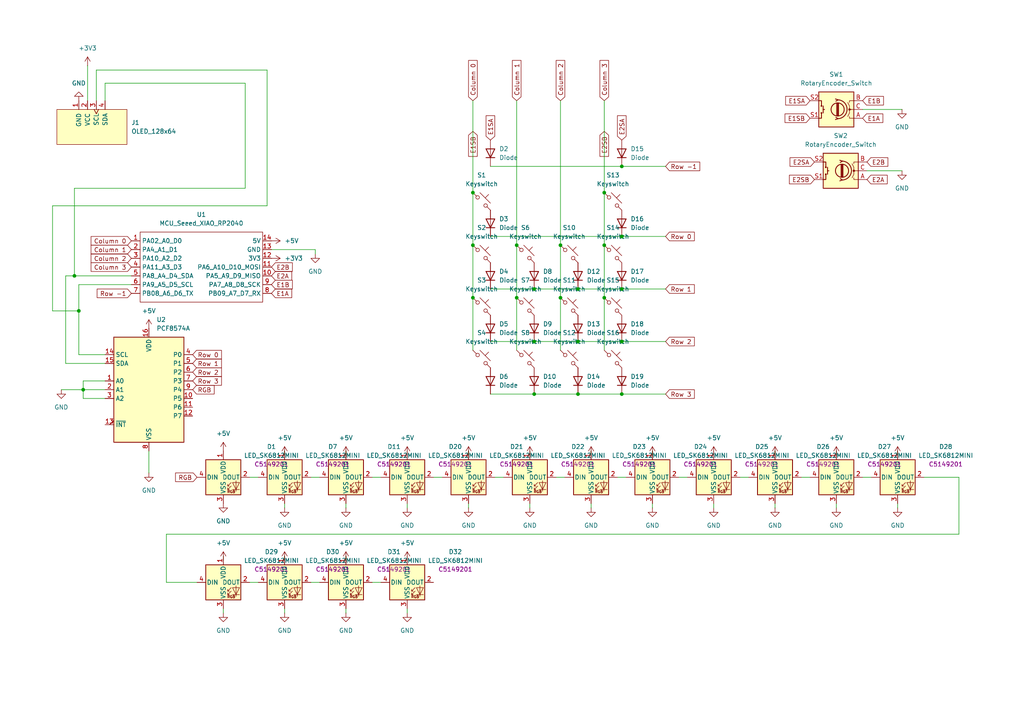
<source format=kicad_sch>
(kicad_sch (version 20231120) (generator "eeschema") (generator_version "8.0")
  (paper "A4")
  (lib_symbols
    (symbol "Device:RotaryEncoder_Switch" (pin_names (offset 0.254) hide)
      (property "Reference" "SW" (at 0 6.604 0))
      (property "Value" "RotaryEncoder_Switch" (at 0 -6.604 0))
      (symbol "RotaryEncoder_Switch_0_1"
        (rectangle (start -5.08 5.08) (end 5.08 -5.08) (stroke (width 0.254)) (fill (type background)))
        (circle (center -3.81 0) (radius 0.254) (fill (type outline)))
        (circle (center -0.381 0) (radius 1.905) (stroke (width 0.254)))
        (arc (start -0.381 2.667) (mid -3.0988 -0.0635) (end -0.381 -2.794) (stroke (width 0.254)))
        (polyline (pts (xy -0.635 -1.778) (xy -0.635 1.778)) (stroke (width 0.254)))
        (polyline (pts (xy -0.381 -1.778) (xy -0.381 1.778)) (stroke (width 0.254)))
        (polyline (pts (xy -0.127 1.778) (xy -0.127 -1.778)) (stroke (width 0.254)))
        (polyline (pts (xy 3.81 0) (xy 3.429 0)) (stroke (width 0.254)))
        (polyline (pts (xy 3.81 1.016) (xy 3.81 -1.016)) (stroke (width 0.254)))
        (polyline (pts (xy -5.08 -2.54) (xy -3.81 -2.54) (xy -3.81 -2.032)))
        (polyline (pts (xy -5.08 2.54) (xy -3.81 2.54) (xy -3.81 2.032)))
        (polyline (pts (xy 0.254 -3.048) (xy -0.508 -2.794) (xy 0.127 -2.413)) (stroke (width 0.254)))
        (polyline (pts (xy 0.254 2.921) (xy -0.508 2.667) (xy 0.127 2.286)) (stroke (width 0.254)))
        (polyline (pts (xy 5.08 -2.54) (xy 4.318 -2.54) (xy 4.318 -1.016)) (stroke (width 0.254)))
        (polyline (pts (xy 5.08 2.54) (xy 4.318 2.54) (xy 4.318 1.016)) (stroke (width 0.254)))
        (polyline (pts (xy -5.08 0) (xy -3.81 0) (xy -3.81 -1.016) (xy -3.302 -2.032)))
        (polyline (pts (xy -4.318 0) (xy -3.81 0) (xy -3.81 1.016) (xy -3.302 2.032)))
        (circle (center 4.318 -1.016) (radius 0.127) (stroke (width 0.254)))
        (circle (center 4.318 1.016) (radius 0.127) (stroke (width 0.254)))
      )
      (symbol "RotaryEncoder_Switch_1_1"
        (pin passive line (at -7.62 2.54 0) (length 2.54) (name "A") (number "A"))
        (pin passive line (at -7.62 -2.54 0) (length 2.54) (name "B") (number "B"))
        (pin passive line (at -7.62 0 0) (length 2.54) (name "C") (number "C"))
        (pin passive line (at 7.62 2.54 180) (length 2.54) (name "S1") (number "S1"))
        (pin passive line (at 7.62 -2.54 180) (length 2.54) (name "S2") (number "S2"))
      )
    )
    (symbol "Interface_Expansion:PCF8574A"
      (property "Reference" "U" (at -8.89 16.51 0))
      (property "Value" "PCF8574A" (at 2.54 16.51 0))
      (symbol "PCF8574A_0_1"
        (rectangle (start -10.16 15.24) (end 10.16 -15.24) (stroke (width 0.254)) (fill (type background)))
      )
      (symbol "PCF8574A_1_1"
        (pin input line (at -12.7 2.54 0) (length 2.54) (name "A0") (number "1"))
        (pin bidirectional line (at 12.7 -2.54 180) (length 2.54) (name "P5") (number "10"))
        (pin bidirectional line (at 12.7 -5.08 180) (length 2.54) (name "P6") (number "11"))
        (pin bidirectional line (at 12.7 -7.62 180) (length 2.54) (name "P7") (number "12"))
        (pin open_collector output_low (at -12.7 -10.16 0) (length 2.54) (name "~{INT}") (number "13"))
        (pin input line (at -12.7 10.16 0) (length 2.54) (name "SCL") (number "14"))
        (pin bidirectional line (at -12.7 7.62 0) (length 2.54) (name "SDA") (number "15"))
        (pin power_in line (at 0 17.78 270) (length 2.54) (name "VDD") (number "16"))
        (pin input line (at -12.7 0 0) (length 2.54) (name "A1") (number "2"))
        (pin input line (at -12.7 -2.54 0) (length 2.54) (name "A2") (number "3"))
        (pin bidirectional line (at 12.7 10.16 180) (length 2.54) (name "P0") (number "4"))
        (pin bidirectional line (at 12.7 7.62 180) (length 2.54) (name "P1") (number "5"))
        (pin bidirectional line (at 12.7 5.08 180) (length 2.54) (name "P2") (number "6"))
        (pin bidirectional line (at 12.7 2.54 180) (length 2.54) (name "P3") (number "7"))
        (pin power_in line (at 0 -17.78 90) (length 2.54) (name "VSS") (number "8"))
        (pin bidirectional line (at 12.7 0 180) (length 2.54) (name "P4") (number "9"))
      )
    )
    (symbol "ScottoKeebs:LED_SK6812MINI" (pin_names (offset 0.254))
      (property "Reference" "D" (at 2.032 5.588 0))
      (property "Value" "LED_SK6812MINI" (at 1.27 -5.715 0))
      (property "LCSC" "C5149201" (at 0 0 0))
      (symbol "LED_SK6812MINI_0_0"
        (text "RGB" (at 2.286 -4.191 0) (effects (font (size 0.762 0.762))))
      )
      (symbol "LED_SK6812MINI_0_1"
        (rectangle (start -5.08 5.08) (end 5.08 -5.08) (stroke (width 0.254)) (fill (type background)))
        (polyline (pts (xy 1.27 -3.556) (xy 1.778 -3.556)))
        (polyline (pts (xy 1.27 -2.54) (xy 1.778 -2.54)))
        (polyline (pts (xy 4.699 -3.556) (xy 2.667 -3.556)))
        (polyline (pts (xy 2.286 -2.54) (xy 1.27 -3.556) (xy 1.27 -3.048)))
        (polyline (pts (xy 2.286 -1.524) (xy 1.27 -2.54) (xy 1.27 -2.032)))
        (polyline (pts (xy 3.683 -1.016) (xy 3.683 -3.556) (xy 3.683 -4.064)))
        (polyline (pts (xy 4.699 -1.524) (xy 2.667 -1.524) (xy 3.683 -3.556) (xy 4.699 -1.524)))
      )
      (symbol "LED_SK6812MINI_1_1"
        (pin power_in line (at 0 7.62 270) (length 2.54) (name "VDD") (number "1"))
        (pin output line (at 7.62 0 180) (length 2.54) (name "DOUT") (number "2"))
        (pin power_in line (at 0 -7.62 90) (length 2.54) (name "VSS") (number "3"))
        (pin input line (at -7.62 0 0) (length 2.54) (name "DIN") (number "4"))
      )
    )
    (symbol "ScottoKeebs:MCU_Seeed_XIAO_RP2040"
      (property "Reference" "U" (at -16.51 11.43 0))
      (property "Value" "MCU_Seeed_XIAO_RP2040" (at -3.81 -11.43 0))
      (symbol "MCU_Seeed_XIAO_RP2040_0_1"
        (rectangle (start -16.51 10.16) (end 19.05 -10.16))
      )
      (symbol "MCU_Seeed_XIAO_RP2040_1_1"
        (pin passive line (at -19.05 7.62 0) (length 2.54) (name "PA02_A0_D0") (number "1"))
        (pin passive line (at 21.59 -2.54 180) (length 2.54) (name "PA5_A9_D9_MISO") (number "10"))
        (pin passive line (at 21.59 0 180) (length 2.54) (name "PA6_A10_D10_MOSI") (number "11"))
        (pin passive line (at 21.59 2.54 180) (length 2.54) (name "3V3") (number "12"))
        (pin passive line (at 21.59 5.08 180) (length 2.54) (name "GND") (number "13"))
        (pin passive line (at 21.59 7.62 180) (length 2.54) (name "5V") (number "14"))
        (pin passive line (at -19.05 5.08 0) (length 2.54) (name "PA4_A1_D1") (number "2"))
        (pin passive line (at -19.05 2.54 0) (length 2.54) (name "PA10_A2_D2") (number "3"))
        (pin passive line (at -19.05 0 0) (length 2.54) (name "PA11_A3_D3") (number "4"))
        (pin passive line (at -19.05 -2.54 0) (length 2.54) (name "PA8_A4_D4_SDA") (number "5"))
        (pin passive line (at -19.05 -5.08 0) (length 2.54) (name "PA9_A5_D5_SCL") (number "6"))
        (pin passive line (at -19.05 -7.62 0) (length 2.54) (name "PB08_A6_D6_TX") (number "7"))
        (pin passive line (at 21.59 -7.62 180) (length 2.54) (name "PB09_A7_D7_RX") (number "8"))
        (pin passive line (at 21.59 -5.08 180) (length 2.54) (name "PA7_A8_D8_SCK") (number "9"))
      )
    )
    (symbol "ScottoKeebs:OLED_128x64" (pin_names (offset 1.016))
      (property "Reference" "J" (at 0 -11.43 0))
      (property "Value" "OLED_128x64" (at 0 -7.62 0))
      (symbol "OLED_128x64_0_1"
        (rectangle (start 10.16 -10.16) (end -10.16 0) (fill (type background)))
      )
      (symbol "OLED_128x64_1_1"
        (pin power_in line (at -3.81 2.54 270) (length 2.54) (name "GND") (number "1"))
        (pin power_in line (at -1.27 2.54 270) (length 2.54) (name "VCC") (number "2"))
        (pin input clock (at 1.27 2.54 270) (length 2.54) (name "SCL") (number "3"))
        (pin bidirectional line (at 3.81 2.54 270) (length 2.54) (name "SDA") (number "4"))
      )
    )
    (symbol "ScottoKeebs:Placeholder_Diode" (pin_numbers hide) (pin_names hide)
      (property "Reference" "D" (at 0 2.54 0))
      (property "Value" "Diode" (at 0 -2.54 0))
      (symbol "Placeholder_Diode_0_1"
        (polyline (pts (xy -1.27 1.27) (xy -1.27 -1.27)) (stroke (width 0.254)))
        (polyline (pts (xy 1.27 0) (xy -1.27 0)))
        (polyline (pts (xy 1.27 1.27) (xy 1.27 -1.27) (xy -1.27 0) (xy 1.27 1.27)) (stroke (width 0.254)))
      )
      (symbol "Placeholder_Diode_1_1"
        (pin passive line (at -3.81 0 0) (length 2.54) (name "K") (number "1"))
        (pin passive line (at 3.81 0 180) (length 2.54) (name "A") (number "2"))
      )
    )
    (symbol "ScottoKeebs:Placeholder_Keyswitch" (pin_numbers hide) (pin_names (offset 1.016) hide)
      (property "Reference" "S" (at 3.048 1.016 0))
      (property "Value" "Keyswitch" (at 0 -3.81 0))
      (symbol "Placeholder_Keyswitch_0_1"
        (circle (center -1.1684 1.1684) (radius 0.508))
        (polyline (pts (xy -0.508 2.54) (xy 2.54 -0.508)))
        (polyline (pts (xy 1.016 1.016) (xy 2.032 2.032)))
        (polyline (pts (xy -2.54 2.54) (xy -1.524 1.524) (xy -1.524 1.524)))
        (polyline (pts (xy 1.524 -1.524) (xy 2.54 -2.54) (xy 2.54 -2.54) (xy 2.54 -2.54)))
        (circle (center 1.143 -1.1938) (radius 0.508))
        (pin passive line (at -2.54 2.54 0) (length 0) (name "1") (number "1"))
        (pin passive line (at 2.54 -2.54 180) (length 0) (name "2") (number "2"))
      )
    )
    (symbol "power:+3V3" (power) (pin_numbers hide) (pin_names (offset 0) hide)
      (property "Value" "+3V3" (at 0 3.556 0))
      (symbol "+3V3_0_1"
        (polyline (pts (xy -0.762 1.27) (xy 0 2.54)))
        (polyline (pts (xy 0 0) (xy 0 2.54)))
        (polyline (pts (xy 0 2.54) (xy 0.762 1.27)))
      )
      (symbol "+3V3_1_1"
        (pin power_in line (at 0 0 90) (length 0) (name "~") (number "1"))
      )
    )
    (symbol "power:+5V" (power) (pin_numbers hide) (pin_names (offset 0) hide)
      (property "Value" "+5V" (at 0 3.556 0))
      (symbol "+5V_0_1"
        (polyline (pts (xy -0.762 1.27) (xy 0 2.54)))
        (polyline (pts (xy 0 0) (xy 0 2.54)))
        (polyline (pts (xy 0 2.54) (xy 0.762 1.27)))
      )
      (symbol "+5V_1_1"
        (pin power_in line (at 0 0 90) (length 0) (name "~") (number "1"))
      )
    )
    (symbol "power:GND" (power) (pin_numbers hide) (pin_names (offset 0) hide)
      (property "Value" "GND" (at 0 -3.81 0))
      (symbol "GND_0_1"
        (polyline (pts (xy 0 0) (xy 0 -1.27) (xy 1.27 -1.27) (xy 0 -2.54) (xy -1.27 -1.27) (xy 0 -1.27)))
      )
      (symbol "GND_1_1"
        (pin power_in line (at 0 0 270) (length 0) (name "~") (number "1"))
      )
    )
  )
  (junction (at 154.94 114.3))
  (junction (at 180.34 48.26))
  (junction (at 22.86 90.17))
  (junction (at 180.34 114.3))
  (junction (at 167.64 114.3))
  (junction (at 154.94 99.06))
  (junction (at 167.64 99.06))
  (junction (at 137.16 55.88))
  (junction (at 149.86 86.36))
  (junction (at 180.34 83.82))
  (junction (at 180.34 68.58))
  (junction (at 137.16 86.36))
  (junction (at 149.86 71.12))
  (junction (at 137.16 71.12))
  (junction (at 154.94 83.82))
  (junction (at 175.26 86.36))
  (junction (at 24.13 113.03))
  (junction (at 162.56 71.12))
  (junction (at 175.26 55.88))
  (junction (at 180.34 99.06))
  (junction (at 162.56 86.36))
  (junction (at 167.64 83.82))
  (junction (at 21.59 80.01))
  (junction (at 175.26 71.12))
  (wire (pts (xy 15.24 90.17) (xy 22.86 90.17)))
  (wire (pts (xy 90.17 138.43) (xy 92.71 138.43)))
  (wire (pts (xy 30.48 102.87) (xy 22.86 102.87)))
  (wire (pts (xy 162.56 86.36) (xy 162.56 101.6)))
  (wire (pts (xy 161.29 138.43) (xy 163.83 138.43)))
  (wire (pts (xy 149.86 29.21) (xy 149.86 71.12)))
  (wire (pts (xy 82.55 130.81) (xy 82.55 132.08)))
  (wire (pts (xy 24.13 113.03) (xy 24.13 115.57)))
  (wire (pts (xy 250.19 138.43) (xy 252.73 138.43)))
  (wire (pts (xy 90.17 168.91) (xy 92.71 168.91)))
  (wire (pts (xy 189.23 146.05) (xy 189.23 147.32)))
  (wire (pts (xy 260.35 146.05) (xy 260.35 147.32)))
  (wire (pts (xy 180.34 99.06) (xy 193.04 99.06)))
  (wire (pts (xy 154.94 83.82) (xy 167.64 83.82)))
  (wire (pts (xy 171.45 146.05) (xy 171.45 147.32)))
  (wire (pts (xy 242.57 146.05) (xy 242.57 147.32)))
  (wire (pts (xy 72.39 168.91) (xy 74.93 168.91)))
  (wire (pts (xy 193.04 83.82) (xy 180.34 83.82)))
  (wire (pts (xy 175.26 29.21) (xy 175.26 55.88)))
  (wire (pts (xy 196.85 138.43) (xy 199.39 138.43)))
  (wire (pts (xy 64.77 161.29) (xy 64.77 162.56)))
  (wire (pts (xy 78.74 72.39) (xy 91.44 72.39)))
  (wire (pts (xy 232.41 138.43) (xy 234.95 138.43)))
  (wire (pts (xy 48.26 168.91) (xy 57.15 168.91)))
  (wire (pts (xy 142.24 114.3) (xy 154.94 114.3)))
  (wire (pts (xy 135.89 130.81) (xy 135.89 132.08)))
  (wire (pts (xy 137.16 86.36) (xy 137.16 101.6)))
  (wire (pts (xy 207.01 146.05) (xy 207.01 147.32)))
  (wire (pts (xy 224.79 146.05) (xy 224.79 147.32)))
  (wire (pts (xy 167.64 114.3) (xy 180.34 114.3)))
  (wire (pts (xy 137.16 71.12) (xy 137.16 86.36)))
  (wire (pts (xy 22.86 82.55) (xy 38.1 82.55)))
  (wire (pts (xy 82.55 176.53) (xy 82.55 177.8)))
  (wire (pts (xy 267.97 138.43) (xy 278.13 138.43)))
  (wire (pts (xy 154.94 114.3) (xy 167.64 114.3)))
  (wire (pts (xy 180.34 48.26) (xy 193.04 48.26)))
  (wire (pts (xy 77.47 20.32) (xy 77.47 59.69)))
  (wire (pts (xy 278.13 138.43) (xy 278.13 154.94)))
  (wire (pts (xy 30.48 29.21) (xy 30.48 24.13)))
  (wire (pts (xy 118.11 130.81) (xy 118.11 132.08)))
  (wire (pts (xy 19.05 105.41) (xy 19.05 80.01)))
  (wire (pts (xy 22.86 90.17) (xy 22.86 82.55)))
  (wire (pts (xy 175.26 86.36) (xy 175.26 101.6)))
  (wire (pts (xy 21.59 54.61) (xy 21.59 80.01)))
  (wire (pts (xy 118.11 161.29) (xy 118.11 162.56)))
  (wire (pts (xy 77.47 59.69) (xy 15.24 59.69)))
  (wire (pts (xy 278.13 154.94) (xy 48.26 154.94)))
  (wire (pts (xy 189.23 130.81) (xy 189.23 132.08)))
  (wire (pts (xy 154.94 99.06) (xy 167.64 99.06)))
  (wire (pts (xy 71.12 54.61) (xy 21.59 54.61)))
  (wire (pts (xy 22.86 102.87) (xy 22.86 90.17)))
  (wire (pts (xy 153.67 130.81) (xy 153.67 132.08)))
  (wire (pts (xy 30.48 113.03) (xy 24.13 113.03)))
  (wire (pts (xy 214.63 138.43) (xy 217.17 138.43)))
  (wire (pts (xy 171.45 130.81) (xy 171.45 132.08)))
  (wire (pts (xy 30.48 24.13) (xy 71.12 24.13)))
  (wire (pts (xy 118.11 146.05) (xy 118.11 147.32)))
  (wire (pts (xy 30.48 110.49) (xy 24.13 110.49)))
  (wire (pts (xy 143.51 138.43) (xy 146.05 138.43)))
  (wire (pts (xy 15.24 59.69) (xy 15.24 90.17)))
  (wire (pts (xy 125.73 138.43) (xy 128.27 138.43)))
  (wire (pts (xy 100.33 161.29) (xy 100.33 162.56)))
  (wire (pts (xy 224.79 130.81) (xy 224.79 132.08)))
  (wire (pts (xy 25.4 19.05) (xy 25.4 29.21)))
  (wire (pts (xy 142.24 83.82) (xy 154.94 83.82)))
  (wire (pts (xy 179.07 138.43) (xy 181.61 138.43)))
  (wire (pts (xy 242.57 130.81) (xy 242.57 132.08)))
  (wire (pts (xy 64.77 176.53) (xy 64.77 177.8)))
  (wire (pts (xy 100.33 146.05) (xy 100.33 147.32)))
  (wire (pts (xy 207.01 130.81) (xy 207.01 132.08)))
  (wire (pts (xy 137.16 29.21) (xy 137.16 55.88)))
  (wire (pts (xy 82.55 146.05) (xy 82.55 147.32)))
  (wire (pts (xy 24.13 110.49) (xy 24.13 113.03)))
  (wire (pts (xy 193.04 68.58) (xy 180.34 68.58)))
  (wire (pts (xy 142.24 68.58) (xy 180.34 68.58)))
  (wire (pts (xy 149.86 86.36) (xy 149.86 101.6)))
  (wire (pts (xy 135.89 146.05) (xy 135.89 147.32)))
  (wire (pts (xy 72.39 138.43) (xy 74.93 138.43)))
  (wire (pts (xy 137.16 55.88) (xy 137.16 71.12)))
  (wire (pts (xy 48.26 154.94) (xy 48.26 168.91)))
  (wire (pts (xy 100.33 176.53) (xy 100.33 177.8)))
  (wire (pts (xy 251.46 49.53) (xy 261.62 49.53)))
  (wire (pts (xy 142.24 99.06) (xy 154.94 99.06)))
  (wire (pts (xy 24.13 115.57) (xy 30.48 115.57)))
  (wire (pts (xy 142.24 48.26) (xy 180.34 48.26)))
  (wire (pts (xy 107.95 168.91) (xy 110.49 168.91)))
  (wire (pts (xy 175.26 71.12) (xy 175.26 86.36)))
  (wire (pts (xy 71.12 24.13) (xy 71.12 54.61)))
  (wire (pts (xy 153.67 146.05) (xy 153.67 147.32)))
  (wire (pts (xy 27.94 20.32) (xy 77.47 20.32)))
  (wire (pts (xy 118.11 176.53) (xy 118.11 177.8)))
  (wire (pts (xy 82.55 161.29) (xy 82.55 162.56)))
  (wire (pts (xy 167.64 83.82) (xy 180.34 83.82)))
  (wire (pts (xy 180.34 114.3) (xy 193.04 114.3)))
  (wire (pts (xy 30.48 105.41) (xy 19.05 105.41)))
  (wire (pts (xy 260.35 130.81) (xy 260.35 132.08)))
  (wire (pts (xy 43.18 130.81) (xy 43.18 137.16)))
  (wire (pts (xy 17.78 113.03) (xy 24.13 113.03)))
  (wire (pts (xy 167.64 99.06) (xy 180.34 99.06)))
  (wire (pts (xy 107.95 138.43) (xy 110.49 138.43)))
  (wire (pts (xy 27.94 29.21) (xy 27.94 20.32)))
  (wire (pts (xy 250.19 31.75) (xy 261.62 31.75)))
  (wire (pts (xy 162.56 29.21) (xy 162.56 71.12)))
  (wire (pts (xy 19.05 80.01) (xy 21.59 80.01)))
  (wire (pts (xy 149.86 71.12) (xy 149.86 86.36)))
  (wire (pts (xy 175.26 55.88) (xy 175.26 71.12)))
  (wire (pts (xy 91.44 72.39) (xy 91.44 73.66)))
  (wire (pts (xy 21.59 80.01) (xy 38.1 80.01)))
  (wire (pts (xy 100.33 130.81) (xy 100.33 132.08)))
  (wire (pts (xy 162.56 71.12) (xy 162.56 86.36)))
  (global_label "E1SA" (shape input) (at 142.24 40.64 90) (property "Intersheetrefs" "${INTERSHEET_REFS}" (effects (hide yes))))
  (global_label "RGB" (shape input) (at 57.15 138.43 180) (property "Intersheetrefs" "${INTERSHEET_REFS}" (effects (hide yes))))
  (global_label "E2B" (shape input) (at 251.46 46.99 0) (property "Intersheetrefs" "${INTERSHEET_REFS}" (effects (hide yes))))
  (global_label "E2SB" (shape input) (at 175.26 38.1 270) (property "Intersheetrefs" "${INTERSHEET_REFS}" (effects (hide yes))))
  (global_label "E2A" (shape input) (at 251.46 52.07 0) (property "Intersheetrefs" "${INTERSHEET_REFS}" (effects (hide yes))))
  (global_label "E1SA" (shape input) (at 234.95 29.21 180) (property "Intersheetrefs" "${INTERSHEET_REFS}" (effects (hide yes))))
  (global_label "Column 0" (shape input) (at 137.16 29.21 90) (property "Intersheetrefs" "${INTERSHEET_REFS}" (effects (hide yes))))
  (global_label "E2SA" (shape input) (at 180.34 40.64 90) (property "Intersheetrefs" "${INTERSHEET_REFS}" (effects (hide yes))))
  (global_label "E1A" (shape input) (at 250.19 34.29 0) (property "Intersheetrefs" "${INTERSHEET_REFS}" (effects (hide yes))))
  (global_label "E2A" (shape input) (at 78.74 80.01 0) (property "Intersheetrefs" "${INTERSHEET_REFS}" (effects (hide yes))))
  (global_label "Column 0" (shape input) (at 38.1 69.85 180) (property "Intersheetrefs" "${INTERSHEET_REFS}" (effects (hide yes))))
  (global_label "E1B" (shape input) (at 250.19 29.21 0) (property "Intersheetrefs" "${INTERSHEET_REFS}" (effects (hide yes))))
  (global_label "E2SA" (shape input) (at 236.22 46.99 180) (property "Intersheetrefs" "${INTERSHEET_REFS}" (effects (hide yes))))
  (global_label "Row 0" (shape input) (at 55.88 102.87 0) (property "Intersheetrefs" "${INTERSHEET_REFS}" (effects (hide yes))))
  (global_label "E2SB" (shape input) (at 236.22 52.07 180) (property "Intersheetrefs" "${INTERSHEET_REFS}" (effects (hide yes))))
  (global_label "Column 2" (shape input) (at 162.56 29.21 90) (property "Intersheetrefs" "${INTERSHEET_REFS}" (effects (hide yes))))
  (global_label "E1SB" (shape input) (at 137.16 38.1 270) (property "Intersheetrefs" "${INTERSHEET_REFS}" (effects (hide yes))))
  (global_label "E1B" (shape input) (at 78.74 82.55 0) (property "Intersheetrefs" "${INTERSHEET_REFS}" (effects (hide yes))))
  (global_label "Column 2" (shape input) (at 38.1 74.93 180) (property "Intersheetrefs" "${INTERSHEET_REFS}" (effects (hide yes))))
  (global_label "Row -1" (shape input) (at 193.04 48.26 0) (property "Intersheetrefs" "${INTERSHEET_REFS}" (effects (hide yes))))
  (global_label "Row 3" (shape input) (at 193.04 114.3 0) (property "Intersheetrefs" "${INTERSHEET_REFS}" (effects (hide yes))))
  (global_label "Column 3" (shape input) (at 175.26 29.21 90) (property "Intersheetrefs" "${INTERSHEET_REFS}" (effects (hide yes))))
  (global_label "E1SB" (shape input) (at 234.95 34.29 180) (property "Intersheetrefs" "${INTERSHEET_REFS}" (effects (hide yes))))
  (global_label "RGB" (shape input) (at 55.88 113.03 0) (property "Intersheetrefs" "${INTERSHEET_REFS}" (effects (hide yes))))
  (global_label "Row 3" (shape input) (at 55.88 110.49 0) (property "Intersheetrefs" "${INTERSHEET_REFS}" (effects (hide yes))))
  (global_label "E2B" (shape input) (at 78.74 77.47 0) (property "Intersheetrefs" "${INTERSHEET_REFS}" (effects (hide yes))))
  (global_label "Column 1" (shape input) (at 38.1 72.39 180) (property "Intersheetrefs" "${INTERSHEET_REFS}" (effects (hide yes))))
  (global_label "E1A" (shape input) (at 78.74 85.09 0) (property "Intersheetrefs" "${INTERSHEET_REFS}" (effects (hide yes))))
  (global_label "Row 1" (shape input) (at 55.88 105.41 0) (property "Intersheetrefs" "${INTERSHEET_REFS}" (effects (hide yes))))
  (global_label "Row 1" (shape input) (at 193.04 83.82 0) (property "Intersheetrefs" "${INTERSHEET_REFS}" (effects (hide yes))))
  (global_label "Row -1" (shape input) (at 38.1 85.09 180) (property "Intersheetrefs" "${INTERSHEET_REFS}" (effects (hide yes))))
  (global_label "Column 3" (shape input) (at 38.1 77.47 180) (property "Intersheetrefs" "${INTERSHEET_REFS}" (effects (hide yes))))
  (global_label "Row 2" (shape input) (at 193.04 99.06 0) (property "Intersheetrefs" "${INTERSHEET_REFS}" (effects (hide yes))))
  (global_label "Column 1" (shape input) (at 149.86 29.21 90) (property "Intersheetrefs" "${INTERSHEET_REFS}" (effects (hide yes))))
  (global_label "Row 2" (shape input) (at 55.88 107.95 0) (property "Intersheetrefs" "${INTERSHEET_REFS}" (effects (hide yes))))
  (global_label "Row 0" (shape input) (at 193.04 68.58 0) (property "Intersheetrefs" "${INTERSHEET_REFS}" (effects (hide yes))))
  (symbol (lib_id "ScottoKeebs:MCU_Seeed_XIAO_RP2040") (at 57.15 77.47 0) (unit 1)
    (property "Reference" "U1" (at 58.42 62.23 0))
    (property "Value" "MCU_Seeed_XIAO_RP2040" (at 58.42 64.77 0))
    (property "Footprint" "ScottoKeebs_MCU:Seeed_XIAO_RP2040" (effects (hide yes)))
  )
  (symbol (lib_id "power:+5V") (at 64.77 162.56 0) (unit 1)
    (property "Reference" "#PWR035" (effects (hide yes)))
    (property "Value" "+5V" (at 64.77 157.48 0))
    (property "Description" "Power symbol creates a global label with name \"+5V\"" (effects (hide yes)))
  )
  (symbol (lib_id "power:GND") (at 82.55 177.8 0) (unit 1)
    (property "Reference" "#PWR038" (effects (hide yes)))
    (property "Value" "GND" (at 82.55 182.88 0))
    (property "Description" "Power symbol creates a global label with name \"GND\" , ground" (effects (hide yes)))
  )
  (symbol (lib_id "power:+5V") (at 100.33 132.08 0) (unit 1)
    (property "Reference" "#PWR015" (effects (hide yes)))
    (property "Value" "+5V" (at 100.33 127 0))
    (property "Description" "Power symbol creates a global label with name \"+5V\"" (effects (hide yes)))
  )
  (symbol (lib_id "ScottoKeebs:LED_SK6812MINI") (at 82.55 138.43 0) (unit 1)
    (property "Reference" "D7" (at 96.52 129.5714 0))
    (property "Value" "LED_SK6812MINI" (at 96.52 132.1114 0))
    (property "Footprint" "ScottoKeebs_Components:LED_SK6812MINI" (effects (hide yes)))
    (property "Datasheet" "https://cdn-shop.adafruit.com/product-files/2686/SK6812MINI_REV.01-1-2.pdf" (effects (hide yes)))
    (property "Description" "RGB LED with integrated controller" (effects (hide yes)))
    (property "LCSC" "C5149201" (at 96.52 134.6514 0))
  )
  (symbol (lib_id "power:+5V") (at 189.23 132.08 0) (unit 1)
    (property "Reference" "#PWR025" (effects (hide yes)))
    (property "Value" "+5V" (at 189.23 127 0))
    (property "Description" "Power symbol creates a global label with name \"+5V\"" (effects (hide yes)))
  )
  (symbol (lib_id "ScottoKeebs:Placeholder_Diode") (at 142.24 80.01 90) (unit 1)
    (property "Reference" "D4" (at 144.78 78.7399 90) (effects (justify right)))
    (property "Value" "Diode" (at 144.78 81.2799 90) (effects (justify right)))
    (property "Footprint" "ScottoKeebs_Components:Diode_DO-35" (effects (hide yes)))
    (property "Description" "1N4148 (DO-35) or 1N4148W (SOD-123)" (effects (hide yes)))
    (property "Sim.Device" "D" (effects (hide yes)))
    (property "Sim.Pins" "1=K 2=A" (effects (hide yes)))
  )
  (symbol (lib_id "ScottoKeebs:Placeholder_Keyswitch") (at 177.8 73.66 0) (unit 1)
    (property "Reference" "S14" (at 177.8 66.04 0))
    (property "Value" "Keyswitch" (at 177.8 68.58 0))
    (property "Footprint" "ScottoKeebs_MX:MX_PCB_1.00u" (effects (hide yes)))
    (property "Description" "Push button switch, normally open, two pins, 45° tilted" (effects (hide yes)))
  )
  (symbol (lib_id "power:GND") (at 17.78 113.03 0) (unit 1)
    (property "Reference" "#PWR03" (effects (hide yes)))
    (property "Value" "GND" (at 17.78 118.11 0))
    (property "Description" "Power symbol creates a global label with name \"GND\" , ground" (effects (hide yes)))
  )
  (symbol (lib_id "ScottoKeebs:Placeholder_Keyswitch") (at 165.1 104.14 0) (unit 1)
    (property "Reference" "S12" (at 165.1 96.52 0))
    (property "Value" "Keyswitch" (at 165.1 99.06 0))
    (property "Footprint" "ScottoKeebs_MX:MX_PCB_1.00u" (effects (hide yes)))
    (property "Description" "Push button switch, normally open, two pins, 45° tilted" (effects (hide yes)))
  )
  (symbol (lib_id "power:GND") (at 135.89 147.32 0) (unit 1)
    (property "Reference" "#PWR020" (effects (hide yes)))
    (property "Value" "GND" (at 135.89 152.4 0))
    (property "Description" "Power symbol creates a global label with name \"GND\" , ground" (effects (hide yes)))
  )
  (symbol (lib_id "power:+3V3") (at 78.74 74.93 270) (unit 1)
    (property "Reference" "#PWR05" (effects (hide yes)))
    (property "Value" "+3V3" (at 82.55 74.9299 90) (effects (justify left)))
    (property "Description" "Power symbol creates a global label with name \"+3V3\"" (effects (hide yes)))
  )
  (symbol (lib_id "Device:RotaryEncoder_Switch") (at 242.57 31.75 180) (unit 1)
    (property "Reference" "SW1" (at 242.57 21.59 0))
    (property "Value" "RotaryEncoder_Switch" (at 242.57 24.13 0))
    (property "Footprint" "Rotary_Encoder:RotaryEncoder_Alps_EC11E-Switch_Vertical_H20mm" (effects (hide yes)))
    (property "Description" "Rotary encoder, dual channel, incremental quadrate outputs, with switch" (effects (hide yes)))
  )
  (symbol (lib_id "power:GND") (at 224.79 147.32 0) (unit 1)
    (property "Reference" "#PWR030" (effects (hide yes)))
    (property "Value" "GND" (at 224.79 152.4 0))
    (property "Description" "Power symbol creates a global label with name \"GND\" , ground" (effects (hide yes)))
  )
  (symbol (lib_id "power:GND") (at 82.55 147.32 0) (unit 1)
    (property "Reference" "#PWR014" (effects (hide yes)))
    (property "Value" "GND" (at 82.55 152.4 0))
    (property "Description" "Power symbol creates a global label with name \"GND\" , ground" (effects (hide yes)))
  )
  (symbol (lib_id "power:+5V") (at 260.35 132.08 0) (unit 1)
    (property "Reference" "#PWR033" (effects (hide yes)))
    (property "Value" "+5V" (at 260.35 127 0))
    (property "Description" "Power symbol creates a global label with name \"+5V\"" (effects (hide yes)))
  )
  (symbol (lib_id "ScottoKeebs:LED_SK6812MINI") (at 64.77 138.43 0) (unit 1)
    (property "Reference" "D1" (at 78.74 129.5714 0))
    (property "Value" "LED_SK6812MINI" (at 78.74 132.1114 0))
    (property "Footprint" "ScottoKeebs_Components:LED_SK6812MINI" (effects (hide yes)))
    (property "Datasheet" "https://cdn-shop.adafruit.com/product-files/2686/SK6812MINI_REV.01-1-2.pdf" (effects (hide yes)))
    (property "Description" "RGB LED with integrated controller" (effects (hide yes)))
    (property "LCSC" "C5149201" (at 78.74 134.6514 0))
  )
  (symbol (lib_id "power:GND") (at 22.86 29.21 180) (unit 1)
    (property "Reference" "#PWR01" (effects (hide yes)))
    (property "Value" "GND" (at 22.86 24.13 0))
    (property "Description" "Power symbol creates a global label with name \"GND\" , ground" (effects (hide yes)))
  )
  (symbol (lib_id "ScottoKeebs:Placeholder_Keyswitch") (at 177.8 88.9 0) (unit 1)
    (property "Reference" "S15" (at 177.8 81.28 0))
    (property "Value" "Keyswitch" (at 177.8 83.82 0))
    (property "Footprint" "ScottoKeebs_MX:MX_PCB_1.00u" (effects (hide yes)))
    (property "Description" "Push button switch, normally open, two pins, 45° tilted" (effects (hide yes)))
  )
  (symbol (lib_id "power:GND") (at 43.18 137.16 0) (unit 1)
    (property "Reference" "#PWR04" (effects (hide yes)))
    (property "Value" "GND" (at 43.18 142.24 0))
    (property "Description" "Power symbol creates a global label with name \"GND\" , ground" (effects (hide yes)))
  )
  (symbol (lib_id "ScottoKeebs:Placeholder_Diode") (at 180.34 64.77 90) (unit 1)
    (property "Reference" "D16" (at 182.88 63.4999 90) (effects (justify right)))
    (property "Value" "Diode" (at 182.88 66.0399 90) (effects (justify right)))
    (property "Footprint" "ScottoKeebs_Components:Diode_DO-35" (effects (hide yes)))
    (property "Description" "1N4148 (DO-35) or 1N4148W (SOD-123)" (effects (hide yes)))
    (property "Sim.Device" "D" (effects (hide yes)))
    (property "Sim.Pins" "1=K 2=A" (effects (hide yes)))
  )
  (symbol (lib_id "power:GND") (at 260.35 147.32 0) (unit 1)
    (property "Reference" "#PWR034" (effects (hide yes)))
    (property "Value" "GND" (at 260.35 152.4 0))
    (property "Description" "Power symbol creates a global label with name \"GND\" , ground" (effects (hide yes)))
  )
  (symbol (lib_id "ScottoKeebs:Placeholder_Keyswitch") (at 139.7 58.42 0) (unit 1)
    (property "Reference" "S1" (at 139.7 50.8 0))
    (property "Value" "Keyswitch" (at 139.7 53.34 0))
    (property "Footprint" "ScottoKeebs_MX:MX_PCB_1.00u" (effects (hide yes)))
    (property "Description" "Push button switch, normally open, two pins, 45° tilted" (effects (hide yes)))
  )
  (symbol (lib_id "ScottoKeebs:Placeholder_Diode") (at 154.94 110.49 90) (unit 1)
    (property "Reference" "D10" (at 157.48 109.2199 90) (effects (justify right)))
    (property "Value" "Diode" (at 157.48 111.7599 90) (effects (justify right)))
    (property "Footprint" "ScottoKeebs_Components:Diode_DO-35" (effects (hide yes)))
    (property "Description" "1N4148 (DO-35) or 1N4148W (SOD-123)" (effects (hide yes)))
    (property "Sim.Device" "D" (effects (hide yes)))
    (property "Sim.Pins" "1=K 2=A" (effects (hide yes)))
  )
  (symbol (lib_id "power:+5V") (at 64.77 130.81 0) (unit 1)
    (property "Reference" "#PWR010" (effects (hide yes)))
    (property "Value" "+5V" (at 64.77 125.73 0))
    (property "Description" "Power symbol creates a global label with name \"+5V\"" (effects (hide yes)))
  )
  (symbol (lib_id "ScottoKeebs:LED_SK6812MINI") (at 224.79 138.43 0) (unit 1)
    (property "Reference" "D26" (at 238.76 129.5714 0))
    (property "Value" "LED_SK6812MINI" (at 238.76 132.1114 0))
    (property "Footprint" "ScottoKeebs_Components:LED_SK6812MINI" (effects (hide yes)))
    (property "Datasheet" "https://cdn-shop.adafruit.com/product-files/2686/SK6812MINI_REV.01-1-2.pdf" (effects (hide yes)))
    (property "Description" "RGB LED with integrated controller" (effects (hide yes)))
    (property "LCSC" "C5149201" (at 238.76 134.6514 0))
  )
  (symbol (lib_id "power:+5V") (at 153.67 132.08 0) (unit 1)
    (property "Reference" "#PWR021" (effects (hide yes)))
    (property "Value" "+5V" (at 153.67 127 0))
    (property "Description" "Power symbol creates a global label with name \"+5V\"" (effects (hide yes)))
  )
  (symbol (lib_id "power:+5V") (at 118.11 162.56 0) (unit 1)
    (property "Reference" "#PWR041" (effects (hide yes)))
    (property "Value" "+5V" (at 118.11 157.48 0))
    (property "Description" "Power symbol creates a global label with name \"+5V\"" (effects (hide yes)))
  )
  (symbol (lib_id "ScottoKeebs:Placeholder_Diode") (at 167.64 95.25 90) (unit 1)
    (property "Reference" "D13" (at 170.18 93.9799 90) (effects (justify right)))
    (property "Value" "Diode" (at 170.18 96.5199 90) (effects (justify right)))
    (property "Footprint" "ScottoKeebs_Components:Diode_DO-35" (effects (hide yes)))
    (property "Description" "1N4148 (DO-35) or 1N4148W (SOD-123)" (effects (hide yes)))
    (property "Sim.Device" "D" (effects (hide yes)))
    (property "Sim.Pins" "1=K 2=A" (effects (hide yes)))
  )
  (symbol (lib_id "power:GND") (at 64.77 146.05 0) (unit 1)
    (property "Reference" "#PWR09" (effects (hide yes)))
    (property "Value" "GND" (at 64.77 151.13 0))
    (property "Description" "Power symbol creates a global label with name \"GND\" , ground" (effects (hide yes)))
  )
  (symbol (lib_id "ScottoKeebs:LED_SK6812MINI") (at 100.33 168.91 0) (unit 1)
    (property "Reference" "D31" (at 114.3 160.0514 0))
    (property "Value" "LED_SK6812MINI" (at 114.3 162.5914 0))
    (property "Footprint" "ScottoKeebs_Components:LED_SK6812MINI" (effects (hide yes)))
    (property "Datasheet" "https://cdn-shop.adafruit.com/product-files/2686/SK6812MINI_REV.01-1-2.pdf" (effects (hide yes)))
    (property "Description" "RGB LED with integrated controller" (effects (hide yes)))
    (property "LCSC" "C5149201" (at 114.3 165.1314 0))
  )
  (symbol (lib_id "ScottoKeebs:Placeholder_Diode") (at 142.24 64.77 90) (unit 1)
    (property "Reference" "D3" (at 144.78 63.4999 90) (effects (justify right)))
    (property "Value" "Diode" (at 144.78 66.0399 90) (effects (justify right)))
    (property "Footprint" "ScottoKeebs_Components:Diode_DO-35" (effects (hide yes)))
    (property "Description" "1N4148 (DO-35) or 1N4148W (SOD-123)" (effects (hide yes)))
    (property "Sim.Device" "D" (effects (hide yes)))
    (property "Sim.Pins" "1=K 2=A" (effects (hide yes)))
  )
  (symbol (lib_id "power:+5V") (at 43.18 95.25 0) (unit 1)
    (property "Reference" "#PWR012" (effects (hide yes)))
    (property "Value" "+5V" (at 43.18 90.17 0))
    (property "Description" "Power symbol creates a global label with name \"+5V\"" (effects (hide yes)))
  )
  (symbol (lib_id "ScottoKeebs:Placeholder_Diode") (at 180.34 110.49 90) (unit 1)
    (property "Reference" "D19" (at 182.88 109.2199 90) (effects (justify right)))
    (property "Value" "Diode" (at 182.88 111.7599 90) (effects (justify right)))
    (property "Footprint" "ScottoKeebs_Components:Diode_DO-35" (effects (hide yes)))
    (property "Description" "1N4148 (DO-35) or 1N4148W (SOD-123)" (effects (hide yes)))
    (property "Sim.Device" "D" (effects (hide yes)))
    (property "Sim.Pins" "1=K 2=A" (effects (hide yes)))
  )
  (symbol (lib_id "power:GND") (at 100.33 177.8 0) (unit 1)
    (property "Reference" "#PWR040" (effects (hide yes)))
    (property "Value" "GND" (at 100.33 182.88 0))
    (property "Description" "Power symbol creates a global label with name \"GND\" , ground" (effects (hide yes)))
  )
  (symbol (lib_id "ScottoKeebs:LED_SK6812MINI") (at 207.01 138.43 0) (unit 1)
    (property "Reference" "D25" (at 220.98 129.5714 0))
    (property "Value" "LED_SK6812MINI" (at 220.98 132.1114 0))
    (property "Footprint" "ScottoKeebs_Components:LED_SK6812MINI" (effects (hide yes)))
    (property "Datasheet" "https://cdn-shop.adafruit.com/product-files/2686/SK6812MINI_REV.01-1-2.pdf" (effects (hide yes)))
    (property "Description" "RGB LED with integrated controller" (effects (hide yes)))
    (property "LCSC" "C5149201" (at 220.98 134.6514 0))
  )
  (symbol (lib_id "power:GND") (at 118.11 147.32 0) (unit 1)
    (property "Reference" "#PWR018" (effects (hide yes)))
    (property "Value" "GND" (at 118.11 152.4 0))
    (property "Description" "Power symbol creates a global label with name \"GND\" , ground" (effects (hide yes)))
  )
  (symbol (lib_id "ScottoKeebs:LED_SK6812MINI") (at 260.35 138.43 0) (unit 1)
    (property "Reference" "D28" (at 274.32 129.5714 0))
    (property "Value" "LED_SK6812MINI" (at 274.32 132.1114 0))
    (property "Footprint" "ScottoKeebs_Components:LED_SK6812MINI" (effects (hide yes)))
    (property "Datasheet" "https://cdn-shop.adafruit.com/product-files/2686/SK6812MINI_REV.01-1-2.pdf" (effects (hide yes)))
    (property "Description" "RGB LED with integrated controller" (effects (hide yes)))
    (property "LCSC" "C5149201" (at 274.32 134.6514 0))
  )
  (symbol (lib_id "power:GND") (at 64.77 177.8 0) (unit 1)
    (property "Reference" "#PWR036" (effects (hide yes)))
    (property "Value" "GND" (at 64.77 182.88 0))
    (property "Description" "Power symbol creates a global label with name \"GND\" , ground" (effects (hide yes)))
  )
  (symbol (lib_id "Interface_Expansion:PCF8574A") (at 43.18 113.03 0) (unit 1)
    (property "Reference" "U2" (at 45.3741 92.71 0) (effects (justify left)))
    (property "Value" "PCF8574A" (at 45.3741 95.25 0) (effects (justify left)))
    (property "Footprint" "pcf:N16" (effects (hide yes)))
    (property "Datasheet" "http://www.nxp.com/docs/en/data-sheet/PCF8574_PCF8574A.pdf" (effects (hide yes)))
    (property "Description" "8 Bit Port/Expander to I2C Bus, DIP/SOIC-16" (effects (hide yes)))
  )
  (symbol (lib_id "ScottoKeebs:Placeholder_Keyswitch") (at 152.4 73.66 0) (unit 1)
    (property "Reference" "S6" (at 152.4 66.04 0))
    (property "Value" "Keyswitch" (at 152.4 68.58 0))
    (property "Footprint" "ScottoKeebs_MX:MX_PCB_1.00u" (effects (hide yes)))
    (property "Description" "Push button switch, normally open, two pins, 45° tilted" (effects (hide yes)))
  )
  (symbol (lib_id "power:+5V") (at 78.74 69.85 270) (unit 1)
    (property "Reference" "#PWR011" (effects (hide yes)))
    (property "Value" "+5V" (at 82.55 69.8499 90) (effects (justify left)))
    (property "Description" "Power symbol creates a global label with name \"+5V\"" (effects (hide yes)))
  )
  (symbol (lib_id "power:+5V") (at 100.33 162.56 0) (unit 1)
    (property "Reference" "#PWR039" (effects (hide yes)))
    (property "Value" "+5V" (at 100.33 157.48 0))
    (property "Description" "Power symbol creates a global label with name \"+5V\"" (effects (hide yes)))
  )
  (symbol (lib_id "ScottoKeebs:LED_SK6812MINI") (at 153.67 138.43 0) (unit 1)
    (property "Reference" "D22" (at 167.64 129.5714 0))
    (property "Value" "LED_SK6812MINI" (at 167.64 132.1114 0))
    (property "Footprint" "ScottoKeebs_Components:LED_SK6812MINI" (effects (hide yes)))
    (property "Datasheet" "https://cdn-shop.adafruit.com/product-files/2686/SK6812MINI_REV.01-1-2.pdf" (effects (hide yes)))
    (property "Description" "RGB LED with integrated controller" (effects (hide yes)))
    (property "LCSC" "C5149201" (at 167.64 134.6514 0))
  )
  (symbol (lib_id "power:+3V3") (at 25.4 19.05 0) (unit 1)
    (property "Reference" "#PWR02" (effects (hide yes)))
    (property "Value" "+3V3" (at 25.4 13.97 0))
    (property "Description" "Power symbol creates a global label with name \"+3V3\"" (effects (hide yes)))
  )
  (symbol (lib_id "ScottoKeebs:Placeholder_Diode") (at 180.34 44.45 90) (unit 1)
    (property "Reference" "D15" (at 182.88 43.1799 90) (effects (justify right)))
    (property "Value" "Diode" (at 182.88 45.7199 90) (effects (justify right)))
    (property "Footprint" "ScottoKeebs_Components:Diode_DO-35" (effects (hide yes)))
    (property "Description" "1N4148 (DO-35) or 1N4148W (SOD-123)" (effects (hide yes)))
    (property "Sim.Device" "D" (effects (hide yes)))
    (property "Sim.Pins" "1=K 2=A" (effects (hide yes)))
  )
  (symbol (lib_id "power:GND") (at 171.45 147.32 0) (unit 1)
    (property "Reference" "#PWR024" (effects (hide yes)))
    (property "Value" "GND" (at 171.45 152.4 0))
    (property "Description" "Power symbol creates a global label with name \"GND\" , ground" (effects (hide yes)))
  )
  (symbol (lib_id "ScottoKeebs:LED_SK6812MINI") (at 135.89 138.43 0) (unit 1)
    (property "Reference" "D21" (at 149.86 129.5714 0))
    (property "Value" "LED_SK6812MINI" (at 149.86 132.1114 0))
    (property "Footprint" "ScottoKeebs_Components:LED_SK6812MINI" (effects (hide yes)))
    (property "Datasheet" "https://cdn-shop.adafruit.com/product-files/2686/SK6812MINI_REV.01-1-2.pdf" (effects (hide yes)))
    (property "Description" "RGB LED with integrated controller" (effects (hide yes)))
    (property "LCSC" "C5149201" (at 149.86 134.6514 0))
  )
  (symbol (lib_id "power:GND") (at 261.62 31.75 0) (unit 1)
    (property "Reference" "#PWR07" (effects (hide yes)))
    (property "Value" "GND" (at 261.62 36.83 0))
    (property "Description" "Power symbol creates a global label with name \"GND\" , ground" (effects (hide yes)))
  )
  (symbol (lib_id "ScottoKeebs:Placeholder_Diode") (at 180.34 80.01 90) (unit 1)
    (property "Reference" "D17" (at 182.88 78.7399 90) (effects (justify right)))
    (property "Value" "Diode" (at 182.88 81.2799 90) (effects (justify right)))
    (property "Footprint" "ScottoKeebs_Components:Diode_DO-35" (effects (hide yes)))
    (property "Description" "1N4148 (DO-35) or 1N4148W (SOD-123)" (effects (hide yes)))
    (property "Sim.Device" "D" (effects (hide yes)))
    (property "Sim.Pins" "1=K 2=A" (effects (hide yes)))
  )
  (symbol (lib_id "power:+5V") (at 171.45 132.08 0) (unit 1)
    (property "Reference" "#PWR023" (effects (hide yes)))
    (property "Value" "+5V" (at 171.45 127 0))
    (property "Description" "Power symbol creates a global label with name \"+5V\"" (effects (hide yes)))
  )
  (symbol (lib_id "ScottoKeebs:Placeholder_Keyswitch") (at 177.8 58.42 0) (unit 1)
    (property "Reference" "S13" (at 177.8 50.8 0))
    (property "Value" "Keyswitch" (at 177.8 53.34 0))
    (property "Footprint" "ScottoKeebs_MX:MX_PCB_1.00u" (effects (hide yes)))
    (property "Description" "Push button switch, normally open, two pins, 45° tilted" (effects (hide yes)))
  )
  (symbol (lib_id "ScottoKeebs:LED_SK6812MINI") (at 82.55 168.91 0) (unit 1)
    (property "Reference" "D30" (at 96.52 160.0514 0))
    (property "Value" "LED_SK6812MINI" (at 96.52 162.5914 0))
    (property "Footprint" "ScottoKeebs_Components:LED_SK6812MINI" (effects (hide yes)))
    (property "Datasheet" "https://cdn-shop.adafruit.com/product-files/2686/SK6812MINI_REV.01-1-2.pdf" (effects (hide yes)))
    (property "Description" "RGB LED with integrated controller" (effects (hide yes)))
    (property "LCSC" "C5149201" (at 96.52 165.1314 0))
  )
  (symbol (lib_id "ScottoKeebs:Placeholder_Diode") (at 142.24 44.45 90) (unit 1)
    (property "Reference" "D2" (at 144.78 43.1799 90) (effects (justify right)))
    (property "Value" "Diode" (at 144.78 45.7199 90) (effects (justify right)))
    (property "Footprint" "ScottoKeebs_Components:Diode_DO-35" (effects (hide yes)))
    (property "Description" "1N4148 (DO-35) or 1N4148W (SOD-123)" (effects (hide yes)))
    (property "Sim.Device" "D" (effects (hide yes)))
    (property "Sim.Pins" "1=K 2=A" (effects (hide yes)))
  )
  (symbol (lib_id "ScottoKeebs:LED_SK6812MINI") (at 64.77 168.91 0) (unit 1)
    (property "Reference" "D29" (at 78.74 160.0514 0))
    (property "Value" "LED_SK6812MINI" (at 78.74 162.5914 0))
    (property "Footprint" "ScottoKeebs_Components:LED_SK6812MINI" (effects (hide yes)))
    (property "Datasheet" "https://cdn-shop.adafruit.com/product-files/2686/SK6812MINI_REV.01-1-2.pdf" (effects (hide yes)))
    (property "Description" "RGB LED with integrated controller" (effects (hide yes)))
    (property "LCSC" "C5149201" (at 78.74 165.1314 0))
  )
  (symbol (lib_id "ScottoKeebs:Placeholder_Keyswitch") (at 152.4 104.14 0) (unit 1)
    (property "Reference" "S8" (at 152.4 96.52 0))
    (property "Value" "Keyswitch" (at 152.4 99.06 0))
    (property "Footprint" "ScottoKeebs_MX:MX_PCB_1.00u" (effects (hide yes)))
    (property "Description" "Push button switch, normally open, two pins, 45° tilted" (effects (hide yes)))
  )
  (symbol (lib_id "ScottoKeebs:OLED_128x64") (at 26.67 31.75 0) (unit 1)
    (property "Reference" "J1" (at 38.1 35.5599 0) (effects (justify left)))
    (property "Value" "OLED_128x64" (at 38.1 38.0999 0) (effects (justify left)))
    (property "Footprint" "ScottoKeebs_Components:OLED_128x64" (effects (hide yes)))
  )
  (symbol (lib_id "ScottoKeebs:Placeholder_Diode") (at 154.94 80.01 90) (unit 1)
    (property "Reference" "D8" (at 157.48 78.7399 90) (effects (justify right)))
    (property "Value" "Diode" (at 157.48 81.2799 90) (effects (justify right)))
    (property "Footprint" "ScottoKeebs_Components:Diode_DO-35" (effects (hide yes)))
    (property "Description" "1N4148 (DO-35) or 1N4148W (SOD-123)" (effects (hide yes)))
    (property "Sim.Device" "D" (effects (hide yes)))
    (property "Sim.Pins" "1=K 2=A" (effects (hide yes)))
  )
  (symbol (lib_id "ScottoKeebs:LED_SK6812MINI") (at 189.23 138.43 0) (unit 1)
    (property "Reference" "D24" (at 203.2 129.5714 0))
    (property "Value" "LED_SK6812MINI" (at 203.2 132.1114 0))
    (property "Footprint" "ScottoKeebs_Components:LED_SK6812MINI" (effects (hide yes)))
    (property "Datasheet" "https://cdn-shop.adafruit.com/product-files/2686/SK6812MINI_REV.01-1-2.pdf" (effects (hide yes)))
    (property "Description" "RGB LED with integrated controller" (effects (hide yes)))
    (property "LCSC" "C5149201" (at 203.2 134.6514 0))
  )
  (symbol (lib_id "power:GND") (at 153.67 147.32 0) (unit 1)
    (property "Reference" "#PWR022" (effects (hide yes)))
    (property "Value" "GND" (at 153.67 152.4 0))
    (property "Description" "Power symbol creates a global label with name \"GND\" , ground" (effects (hide yes)))
  )
  (symbol (lib_id "ScottoKeebs:Placeholder_Keyswitch") (at 152.4 88.9 0) (unit 1)
    (property "Reference" "S7" (at 152.4 81.28 0))
    (property "Value" "Keyswitch" (at 152.4 83.82 0))
    (property "Footprint" "ScottoKeebs_MX:MX_PCB_1.00u" (effects (hide yes)))
    (property "Description" "Push button switch, normally open, two pins, 45° tilted" (effects (hide yes)))
  )
  (symbol (lib_id "ScottoKeebs:Placeholder_Keyswitch") (at 139.7 104.14 0) (unit 1)
    (property "Reference" "S4" (at 139.7 96.52 0))
    (property "Value" "Keyswitch" (at 139.7 99.06 0))
    (property "Footprint" "ScottoKeebs_MX:MX_PCB_1.00u" (effects (hide yes)))
    (property "Description" "Push button switch, normally open, two pins, 45° tilted" (effects (hide yes)))
  )
  (symbol (lib_id "ScottoKeebs:Placeholder_Keyswitch") (at 165.1 88.9 0) (unit 1)
    (property "Reference" "S11" (at 165.1 81.28 0))
    (property "Value" "Keyswitch" (at 165.1 83.82 0))
    (property "Footprint" "ScottoKeebs_MX:MX_PCB_1.00u" (effects (hide yes)))
    (property "Description" "Push button switch, normally open, two pins, 45° tilted" (effects (hide yes)))
  )
  (symbol (lib_id "ScottoKeebs:LED_SK6812MINI") (at 171.45 138.43 0) (unit 1)
    (property "Reference" "D23" (at 185.42 129.5714 0))
    (property "Value" "LED_SK6812MINI" (at 185.42 132.1114 0))
    (property "Footprint" "ScottoKeebs_Components:LED_SK6812MINI" (effects (hide yes)))
    (property "Datasheet" "https://cdn-shop.adafruit.com/product-files/2686/SK6812MINI_REV.01-1-2.pdf" (effects (hide yes)))
    (property "Description" "RGB LED with integrated controller" (effects (hide yes)))
    (property "LCSC" "C5149201" (at 185.42 134.6514 0))
  )
  (symbol (lib_id "ScottoKeebs:Placeholder_Diode") (at 167.64 80.01 90) (unit 1)
    (property "Reference" "D12" (at 170.18 78.7399 90) (effects (justify right)))
    (property "Value" "Diode" (at 170.18 81.2799 90) (effects (justify right)))
    (property "Footprint" "ScottoKeebs_Components:Diode_DO-35" (effects (hide yes)))
    (property "Description" "1N4148 (DO-35) or 1N4148W (SOD-123)" (effects (hide yes)))
    (property "Sim.Device" "D" (effects (hide yes)))
    (property "Sim.Pins" "1=K 2=A" (effects (hide yes)))
  )
  (symbol (lib_id "power:GND") (at 100.33 147.32 0) (unit 1)
    (property "Reference" "#PWR016" (effects (hide yes)))
    (property "Value" "GND" (at 100.33 152.4 0))
    (property "Description" "Power symbol creates a global label with name \"GND\" , ground" (effects (hide yes)))
  )
  (symbol (lib_id "power:GND") (at 118.11 177.8 0) (unit 1)
    (property "Reference" "#PWR042" (effects (hide yes)))
    (property "Value" "GND" (at 118.11 182.88 0))
    (property "Description" "Power symbol creates a global label with name \"GND\" , ground" (effects (hide yes)))
  )
  (symbol (lib_id "ScottoKeebs:LED_SK6812MINI") (at 118.11 138.43 0) (unit 1)
    (property "Reference" "D20" (at 132.08 129.5714 0))
    (property "Value" "LED_SK6812MINI" (at 132.08 132.1114 0))
    (property "Footprint" "ScottoKeebs_Components:LED_SK6812MINI" (effects (hide yes)))
    (property "Datasheet" "https://cdn-shop.adafruit.com/product-files/2686/SK6812MINI_REV.01-1-2.pdf" (effects (hide yes)))
    (property "Description" "RGB LED with integrated controller" (effects (hide yes)))
    (property "LCSC" "C5149201" (at 132.08 134.6514 0))
  )
  (symbol (lib_id "power:+5V") (at 82.55 132.08 0) (unit 1)
    (property "Reference" "#PWR013" (effects (hide yes)))
    (property "Value" "+5V" (at 82.55 127 0))
    (property "Description" "Power symbol creates a global label with name \"+5V\"" (effects (hide yes)))
  )
  (symbol (lib_id "power:GND") (at 261.62 49.53 0) (unit 1)
    (property "Reference" "#PWR08" (effects (hide yes)))
    (property "Value" "GND" (at 261.62 54.61 0))
    (property "Description" "Power symbol creates a global label with name \"GND\" , ground" (effects (hide yes)))
  )
  (symbol (lib_id "ScottoKeebs:Placeholder_Keyswitch") (at 139.7 88.9 0) (unit 1)
    (property "Reference" "S3" (at 139.7 81.28 0))
    (property "Value" "Keyswitch" (at 139.7 83.82 0))
    (property "Footprint" "ScottoKeebs_MX:MX_PCB_1.00u" (effects (hide yes)))
    (property "Description" "Push button switch, normally open, two pins, 45° tilted" (effects (hide yes)))
  )
  (symbol (lib_id "power:GND") (at 207.01 147.32 0) (unit 1)
    (property "Reference" "#PWR028" (effects (hide yes)))
    (property "Value" "GND" (at 207.01 152.4 0))
    (property "Description" "Power symbol creates a global label with name \"GND\" , ground" (effects (hide yes)))
  )
  (symbol (lib_id "power:+5V") (at 82.55 162.56 0) (unit 1)
    (property "Reference" "#PWR037" (effects (hide yes)))
    (property "Value" "+5V" (at 82.55 157.48 0))
    (property "Description" "Power symbol creates a global label with name \"+5V\"" (effects (hide yes)))
  )
  (symbol (lib_id "ScottoKeebs:LED_SK6812MINI") (at 242.57 138.43 0) (unit 1)
    (property "Reference" "D27" (at 256.54 129.5714 0))
    (property "Value" "LED_SK6812MINI" (at 256.54 132.1114 0))
    (property "Footprint" "ScottoKeebs_Components:LED_SK6812MINI" (effects (hide yes)))
    (property "Datasheet" "https://cdn-shop.adafruit.com/product-files/2686/SK6812MINI_REV.01-1-2.pdf" (effects (hide yes)))
    (property "Description" "RGB LED with integrated controller" (effects (hide yes)))
    (property "LCSC" "C5149201" (at 256.54 134.6514 0))
  )
  (symbol (lib_id "power:+5V") (at 224.79 132.08 0) (unit 1)
    (property "Reference" "#PWR029" (effects (hide yes)))
    (property "Value" "+5V" (at 224.79 127 0))
    (property "Description" "Power symbol creates a global label with name \"+5V\"" (effects (hide yes)))
  )
  (symbol (lib_id "ScottoKeebs:Placeholder_Diode") (at 167.64 110.49 90) (unit 1)
    (property "Reference" "D14" (at 170.18 109.2199 90) (effects (justify right)))
    (property "Value" "Diode" (at 170.18 111.7599 90) (effects (justify right)))
    (property "Footprint" "ScottoKeebs_Components:Diode_DO-35" (effects (hide yes)))
    (property "Description" "1N4148 (DO-35) or 1N4148W (SOD-123)" (effects (hide yes)))
    (property "Sim.Device" "D" (effects (hide yes)))
    (property "Sim.Pins" "1=K 2=A" (effects (hide yes)))
  )
  (symbol (lib_id "power:+5V") (at 135.89 132.08 0) (unit 1)
    (property "Reference" "#PWR019" (effects (hide yes)))
    (property "Value" "+5V" (at 135.89 127 0))
    (property "Description" "Power symbol creates a global label with name \"+5V\"" (effects (hide yes)))
  )
  (symbol (lib_id "ScottoKeebs:LED_SK6812MINI") (at 100.33 138.43 0) (unit 1)
    (property "Reference" "D11" (at 114.3 129.5714 0))
    (property "Value" "LED_SK6812MINI" (at 114.3 132.1114 0))
    (property "Footprint" "ScottoKeebs_Components:LED_SK6812MINI" (effects (hide yes)))
    (property "Datasheet" "https://cdn-shop.adafruit.com/product-files/2686/SK6812MINI_REV.01-1-2.pdf" (effects (hide yes)))
    (property "Description" "RGB LED with integrated controller" (effects (hide yes)))
    (property "LCSC" "C5149201" (at 114.3 134.6514 0))
  )
  (symbol (lib_id "ScottoKeebs:Placeholder_Keyswitch") (at 165.1 73.66 0) (unit 1)
    (property "Reference" "S10" (at 165.1 66.04 0))
    (property "Value" "Keyswitch" (at 165.1 68.58 0))
    (property "Footprint" "ScottoKeebs_MX:MX_PCB_1.00u" (effects (hide yes)))
    (property "Description" "Push button switch, normally open, two pins, 45° tilted" (effects (hide yes)))
  )
  (symbol (lib_id "ScottoKeebs:Placeholder_Keyswitch") (at 177.8 104.14 0) (unit 1)
    (property "Reference" "S16" (at 177.8 96.52 0))
    (property "Value" "Keyswitch" (at 177.8 99.06 0))
    (property "Footprint" "ScottoKeebs_MX:MX_PCB_1.00u" (effects (hide yes)))
    (property "Description" "Push button switch, normally open, two pins, 45° tilted" (effects (hide yes)))
  )
  (symbol (lib_id "ScottoKeebs:Placeholder_Diode") (at 142.24 95.25 90) (unit 1)
    (property "Reference" "D5" (at 144.78 93.9799 90) (effects (justify right)))
    (property "Value" "Diode" (at 144.78 96.5199 90) (effects (justify right)))
    (property "Footprint" "ScottoKeebs_Components:Diode_DO-35" (effects (hide yes)))
    (property "Description" "1N4148 (DO-35) or 1N4148W (SOD-123)" (effects (hide yes)))
    (property "Sim.Device" "D" (effects (hide yes)))
    (property "Sim.Pins" "1=K 2=A" (effects (hide yes)))
  )
  (symbol (lib_id "power:GND") (at 189.23 147.32 0) (unit 1)
    (property "Reference" "#PWR026" (effects (hide yes)))
    (property "Value" "GND" (at 189.23 152.4 0))
    (property "Description" "Power symbol creates a global label with name \"GND\" , ground" (effects (hide yes)))
  )
  (symbol (lib_id "ScottoKeebs:Placeholder_Diode") (at 142.24 110.49 90) (unit 1)
    (property "Reference" "D6" (at 144.78 109.2199 90) (effects (justify right)))
    (property "Value" "Diode" (at 144.78 111.7599 90) (effects (justify right)))
    (property "Footprint" "ScottoKeebs_Components:Diode_DO-35" (effects (hide yes)))
    (property "Description" "1N4148 (DO-35) or 1N4148W (SOD-123)" (effects (hide yes)))
    (property "Sim.Device" "D" (effects (hide yes)))
    (property "Sim.Pins" "1=K 2=A" (effects (hide yes)))
  )
  (symbol (lib_id "power:+5V") (at 242.57 132.08 0) (unit 1)
    (property "Reference" "#PWR031" (effects (hide yes)))
    (property "Value" "+5V" (at 242.57 127 0))
    (property "Description" "Power symbol creates a global label with name \"+5V\"" (effects (hide yes)))
  )
  (symbol (lib_id "ScottoKeebs:Placeholder_Diode") (at 180.34 95.25 90) (unit 1)
    (property "Reference" "D18" (at 182.88 93.9799 90) (effects (justify right)))
    (property "Value" "Diode" (at 182.88 96.5199 90) (effects (justify right)))
    (property "Footprint" "ScottoKeebs_Components:Diode_DO-35" (effects (hide yes)))
    (property "Description" "1N4148 (DO-35) or 1N4148W (SOD-123)" (effects (hide yes)))
    (property "Sim.Device" "D" (effects (hide yes)))
    (property "Sim.Pins" "1=K 2=A" (effects (hide yes)))
  )
  (symbol (lib_id "power:+5V") (at 207.01 132.08 0) (unit 1)
    (property "Reference" "#PWR027" (effects (hide yes)))
    (property "Value" "+5V" (at 207.01 127 0))
    (property "Description" "Power symbol creates a global label with name \"+5V\"" (effects (hide yes)))
  )
  (symbol (lib_id "ScottoKeebs:Placeholder_Keyswitch") (at 139.7 73.66 0) (unit 1)
    (property "Reference" "S2" (at 139.7 66.04 0))
    (property "Value" "Keyswitch" (at 139.7 68.58 0))
    (property "Footprint" "ScottoKeebs_MX:MX_PCB_1.00u" (effects (hide yes)))
    (property "Description" "Push button switch, normally open, two pins, 45° tilted" (effects (hide yes)))
  )
  (symbol (lib_id "ScottoKeebs:LED_SK6812MINI") (at 118.11 168.91 0) (unit 1)
    (property "Reference" "D32" (at 132.08 160.0514 0))
    (property "Value" "LED_SK6812MINI" (at 132.08 162.5914 0))
    (property "Footprint" "ScottoKeebs_Components:LED_SK6812MINI" (effects (hide yes)))
    (property "Datasheet" "https://cdn-shop.adafruit.com/product-files/2686/SK6812MINI_REV.01-1-2.pdf" (effects (hide yes)))
    (property "Description" "RGB LED with integrated controller" (effects (hide yes)))
    (property "LCSC" "C5149201" (at 132.08 165.1314 0))
  )
  (symbol (lib_id "power:+5V") (at 118.11 132.08 0) (unit 1)
    (property "Reference" "#PWR017" (effects (hide yes)))
    (property "Value" "+5V" (at 118.11 127 0))
    (property "Description" "Power symbol creates a global label with name \"+5V\"" (effects (hide yes)))
  )
  (symbol (lib_id "Device:RotaryEncoder_Switch") (at 243.84 49.53 180) (unit 1)
    (property "Reference" "SW2" (at 243.84 39.37 0))
    (property "Value" "RotaryEncoder_Switch" (at 243.84 41.91 0))
    (property "Footprint" "Rotary_Encoder:RotaryEncoder_Alps_EC11E-Switch_Vertical_H20mm" (effects (hide yes)))
    (property "Description" "Rotary encoder, dual channel, incremental quadrate outputs, with switch" (effects (hide yes)))
  )
  (symbol (lib_id "power:GND") (at 242.57 147.32 0) (unit 1)
    (property "Reference" "#PWR032" (effects (hide yes)))
    (property "Value" "GND" (at 242.57 152.4 0))
    (property "Description" "Power symbol creates a global label with name \"GND\" , ground" (effects (hide yes)))
  )
  (symbol (lib_id "ScottoKeebs:Placeholder_Diode") (at 154.94 95.25 90) (unit 1)
    (property "Reference" "D9" (at 157.48 93.9799 90) (effects (justify right)))
    (property "Value" "Diode" (at 157.48 96.5199 90) (effects (justify right)))
    (property "Footprint" "ScottoKeebs_Components:Diode_DO-35" (effects (hide yes)))
    (property "Description" "1N4148 (DO-35) or 1N4148W (SOD-123)" (effects (hide yes)))
    (property "Sim.Device" "D" (effects (hide yes)))
    (property "Sim.Pins" "1=K 2=A" (effects (hide yes)))
  )
  (symbol (lib_id "power:GND") (at 91.44 73.66 0) (unit 1)
    (property "Reference" "#PWR06" (effects (hide yes)))
    (property "Value" "GND" (at 91.44 78.74 0))
    (property "Description" "Power symbol creates a global label with name \"GND\" , ground" (effects (hide yes)))
  )
)
</source>
